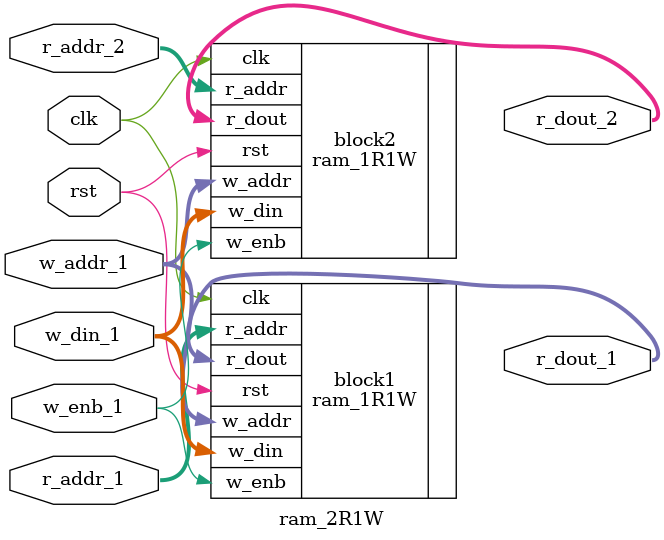
<source format=v>
module ram_2R1W(
        clk,rst,
        w_addr_1, w_din_1,w_enb_1,
        r_addr_1, r_dout_1,
        r_addr_2, r_dout_2
        );

parameter BLOCKSIZE = 10;

/////////INOUT/////////
input clk;
input rst;

input [BLOCKSIZE:0] w_addr_1;
input [31:0] w_din_1;
input w_enb_1;

input [BLOCKSIZE:0] r_addr_1, r_addr_2;
output [31:0] r_dout_1, r_dout_2;
//////// INOUT_PORTS ///
/////BLOCK INOUT_PORTS///////
reg b1_w_enb, b2_w_enb;
reg [BLOCKSIZE:0] b1_addrw, b2_addrw;
reg [31:0] b1_dinw, b2_dinw
;
reg [BLOCKSIZE:0] b1_addr, b2_addr;
wire [31:0] b1_dout, b2_dout;
/////////BLOCKS/////////
ram_1R1W block1(
	.clk(clk), .rst(rst),
	.w_addr(w_addr_1), .w_din(w_din_1), .w_enb(w_enb_1),
	.r_addr(r_addr_1), .r_dout(r_dout_1)
        );

ram_1R1W block2(
	.clk(clk), .rst(rst),
	.w_addr(w_addr_1), .w_din(w_din_1), .w_enb(w_enb_1),
	.r_addr(r_addr_2), .r_dout(r_dout_2)
        );

////////////////////////////
always@(*)
    begin
    end

always@(negedge clk)
    begin
    end

always@(posedge clk or negedge rst)
    begin
	if(!rst)
    	    begin
	    end
	else
	    begin
	    end
    end

endmodule


</source>
